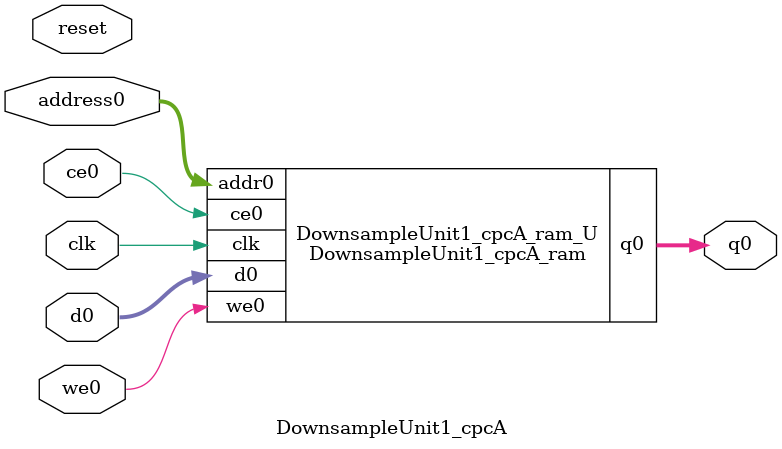
<source format=v>

`timescale 1 ns / 1 ps
module DownsampleUnit1_cpcA_ram (addr0, ce0, d0, we0, q0,  clk);

parameter DWIDTH = 32;
parameter AWIDTH = 12;
parameter MEM_SIZE = 3072;

input[AWIDTH-1:0] addr0;
input ce0;
input[DWIDTH-1:0] d0;
input we0;
output reg[DWIDTH-1:0] q0;
input clk;

(* ram_style = "block" *)reg [DWIDTH-1:0] ram[0:MEM_SIZE-1];




always @(posedge clk)  
begin 
    if (ce0) 
    begin
        if (we0) 
        begin 
            ram[addr0] <= d0; 
            q0 <= d0;
        end 
        else 
            q0 <= ram[addr0];
    end
end


endmodule


`timescale 1 ns / 1 ps
module DownsampleUnit1_cpcA(
    reset,
    clk,
    address0,
    ce0,
    we0,
    d0,
    q0);

parameter DataWidth = 32'd32;
parameter AddressRange = 32'd3072;
parameter AddressWidth = 32'd12;
input reset;
input clk;
input[AddressWidth - 1:0] address0;
input ce0;
input we0;
input[DataWidth - 1:0] d0;
output[DataWidth - 1:0] q0;



DownsampleUnit1_cpcA_ram DownsampleUnit1_cpcA_ram_U(
    .clk( clk ),
    .addr0( address0 ),
    .ce0( ce0 ),
    .d0( d0 ),
    .we0( we0 ),
    .q0( q0 ));

endmodule


</source>
